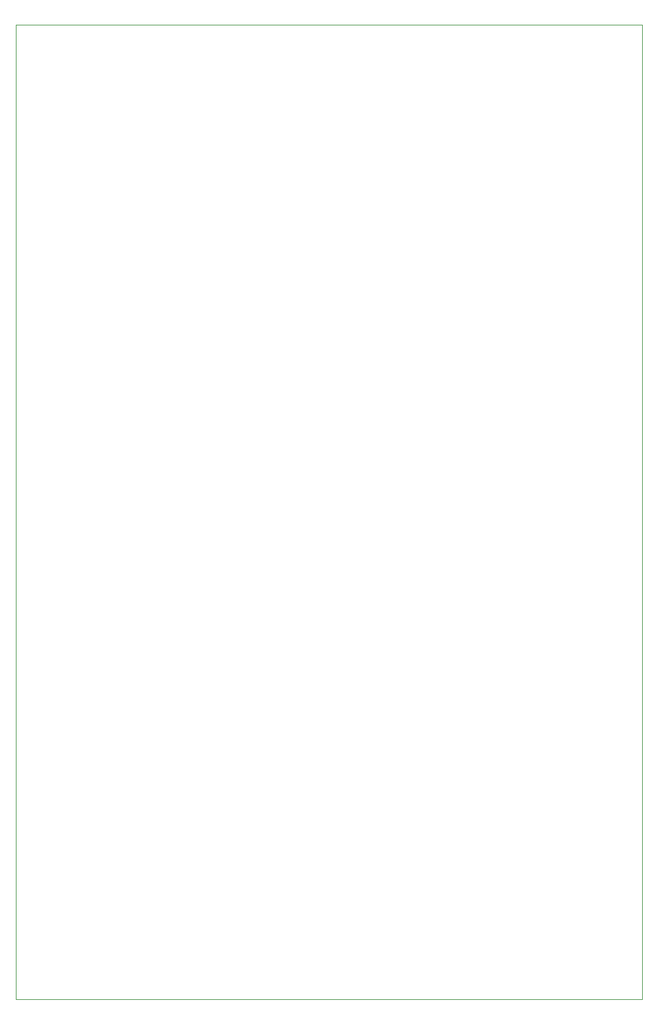
<source format=gbr>
%TF.GenerationSoftware,KiCad,Pcbnew,7.0.2*%
%TF.CreationDate,2024-06-30T13:29:07+09:00*%
%TF.ProjectId,______,b3f3c8ed-fce9-42e6-9b69-6361645f7063,rev?*%
%TF.SameCoordinates,PX6422c40PY981c6e0*%
%TF.FileFunction,Profile,NP*%
%FSLAX46Y46*%
G04 Gerber Fmt 4.6, Leading zero omitted, Abs format (unit mm)*
G04 Created by KiCad (PCBNEW 7.0.2) date 2024-06-30 13:29:07*
%MOMM*%
%LPD*%
G01*
G04 APERTURE LIST*
%TA.AperFunction,Profile*%
%ADD10C,0.100000*%
%TD*%
G04 APERTURE END LIST*
D10*
X83500000Y0D02*
X0Y0D01*
X0Y130000000D02*
X83500000Y130000000D01*
X83500000Y130000000D02*
X83500000Y0D01*
X0Y0D02*
X0Y130000000D01*
M02*

</source>
